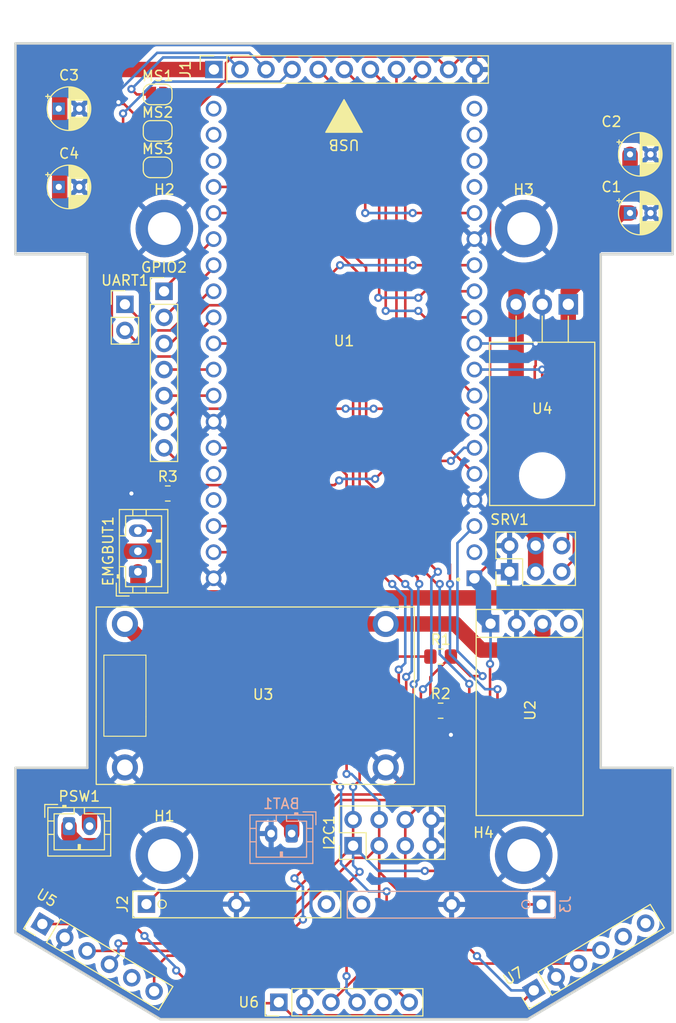
<source format=kicad_pcb>
(kicad_pcb (version 20221018) (generator pcbnew)
  (layers (0 "F.Cu" signal) (31 "B.Cu" signal) (34 "B.Paste" user) (35 "F.Paste" user) (36 "B.SilkS" user "B.Silkscreen") (37 "F.SilkS" user "F.Silkscreen") (38 "B.Mask" user) (39 "F.Mask" user) (44 "Edge.Cuts" user))
  (net 0 "")
  (net 1 "/BATTERY_INPUT")
  (net 2 "GND")
  (net 3 "/EMERGENCY_BUTTON")
  (net 4 "/5V_POWER")
  (net 5 "+12V")
  (net 6 "+3V3")
  (net 7 "/GPIO2")
  (net 8 "/GPIO5")
  (net 9 "/GPIO15")
  (net 10 "/GPIO23")
  (net 11 "/GPIO0")
  (net 12 "/GPIO4")
  (net 13 "/GPIO12")
  (net 14 "/GPIO18")
  (net 15 "/GPIO19")
  (net 16 "/GPIO34")
  (net 17 "/GPIO35")
  (net 18 "/SDA")
  (net 19 "/SCL")
  (net 20 "/MS1")
  (net 21 "/MS2")
  (net 22 "/MS3")
  (net 23 "/POWER_SWITCH")
  (net 24 "/BAT_READING")
  (net 25 "/SERVO_PWM_1")
  (net 26 "/SERVO_PWM_2")
  (net 28 "/RX2")
  (net 29 "/TX2")
  (net 31 "/DIR_2")
  (net 32 "/NOT_MOT_EN")
  (net 33 "/STEP_2")
  (net 34 "/DIR_1")
  (net 35 "/STEP_1")
  (net 45 "Net-(EMGBUT1-Pin_3)")
  (footprint "Connector_PinHeader_2.54mm:PinHeader_1x02_P2.54mm_Vertical" (layer "F.Cu") (at 129.54 71.12)
    (fp_text reference "UART1")
    (fp_text value "Conn_01x02_Male")
  )
  (footprint "Connector_PinHeader_2.54mm:PinHeader_1x07_P2.54mm_Vertical" (layer "F.Cu") (at 133.35 69.85)
    (fp_text reference "GPIO2")
    (fp_text value "Conn_01x07_Male")
  )
  (footprint "MountingHole:MountingHole_3.2mm_M3_DIN965_Pad" (layer "F.Cu") (at 168.38 124.743668)
    (fp_text reference "H4")
    (fp_text value "MountingHole_Pad")
  )
  (footprint "MiAM_ESP32_Footprints:VoltageRegulator" (layer "F.Cu") (at 168.91 111.125 90)
    (fp_text reference "U2")
    (fp_text value "3V3")
  )
  (footprint "Connector_JST:JST_PH_B3B-PH-K_1x03_P2.00mm_Vertical" (layer "F.Cu") (at 130.81 97.155 90)
    (fp_text reference "EMGBUT1")
    (fp_text value "Conn_01x02_Male")
  )
  (footprint "Resistor_SMD:R_0805_2012Metric_Pad1.20x1.40mm_HandSolder" (layer "F.Cu") (at 160.29 110.68)
    (fp_text reference "R2")
    (fp_text value "10k")
  )
  (footprint "Capacitor_THT:CP_Radial_D4.0mm_P2.00mm" (layer "F.Cu") (at 178.732401 62.23)
    (fp_text reference "C1")
    (fp_text value "0.22uF")
  )
  (footprint "Jumper:SolderJumper-2_P1.3mm_Open_RoundedPad1.0x1.5mm" (layer "F.Cu") (at 132.73 54.235)
    (fp_text reference "MS2")
    (fp_text value "SolderJumper_2_Open")
  )
  (footprint "Resistor_SMD:R_0805_2012Metric_Pad1.20x1.40mm_HandSolder" (layer "F.Cu") (at 160.29 105.41)
    (fp_text reference "R1")
    (fp_text value "100k")
  )
  (footprint "Capacitor_THT:CP_Radial_D4.0mm_P2.00mm" (layer "F.Cu") (at 123.095 59.69)
    (fp_text reference "C4")
    (fp_text value "100uF")
  )
  (footprint "Jumper:SolderJumper-2_P1.3mm_Open_RoundedPad1.0x1.5mm" (layer "F.Cu") (at 132.73 50.685)
    (fp_text reference "MS1")
    (fp_text value "SolderJumper_2_Open")
  )
  (footprint "Capacitor_THT:CP_Radial_D4.0mm_P2.00mm" (layer "F.Cu") (at 123.095 52.07)
    (fp_text reference "C3")
    (fp_text value "100uF")
  )
  (footprint "MiAM_ESP32_Footprints:MT3608" (layer "F.Cu") (at 142.24 109.22)
    (fp_text reference "U3")
    (fp_text value "MT3608")
  )
  (footprint "Connector_PinHeader_2.54mm:PinHeader_2x03_P2.54mm_Vertical" (layer "F.Cu") (at 167.005 97.155 90)
    (fp_text reference "SRV1")
    (fp_text value "Conn_02x03_Odd_Even")
  )
  (footprint "Package_TO_SOT_THT:TO-220-3_Horizontal_TabDown" (layer "F.Cu") (at 172.72 71.12 180)
    (fp_text reference "U4")
    (fp_text value "LM7805_TO220")
  )
  (footprint "MiAM_ESP32_Footprints:ESP32U-ShieldPattern" (layer "F.Cu") (at 150.88 74.94 180)
    (fp_text reference "U1")
    (fp_text value "ESP32-DEVKITC-32U")
  )
  (footprint "MountingHole:MountingHole_3.2mm_M3_DIN965_Pad" (layer "F.Cu") (at 133.38 124.743668)
    (fp_text reference "H1")
    (fp_text value "MountingHole_Pad")
  )
  (footprint "Capacitor_THT:CP_Radial_D4.0mm_P2.00mm" (layer "F.Cu") (at 178.732401 56.515)
    (fp_text reference "C2")
    (fp_text value "0.1uF")
  )
  (footprint "Resistor_SMD:R_0805_2012Metric_Pad1.20x1.40mm_HandSolder" (layer "F.Cu") (at 133.715 89.535)
    (fp_text reference "R3")
    (fp_text value "10k")
  )
  (footprint "Connector_PinHeader_2.54mm:PinHeader_1x06_P2.54mm_Vertical" (layer "F.Cu") (at 144.53 139.065 90)
    (fp_text reference "U6")
    (fp_text value "~")
  )
  (footprint "Connector_PinHeader_2.54mm:PinHeader_2x04_P2.54mm_Vertical" (layer "F.Cu") (at 151.765 123.825 90)
    (fp_text reference "I2C1")
    (fp_text value "Conn_02x04_Odd_Even")
  )
  (footprint "Connector_JST:JST_PH_B2B-PH-K_1x02_P2.00mm_Vertical" (layer "F.Cu") (at 124.095 121.92)
    (fp_text reference "PSW1")
    (fp_text value "Conn_01x02_Female")
  )
  (footprint "Connector_PinHeader_2.54mm:PinHeader_1x06_P2.54mm_Vertical" (layer "F.Cu") (at 169.363385 137.90959 121)
    (fp_text reference "U7")
    (fp_text value "~")
  )
  (footprint "MountingHole:MountingHole_3.2mm_M3_DIN965_Pad" (layer "F.Cu") (at 133.38 63.743668)
    (fp_text reference "H2")
    (fp_text value "MountingHole_Pad")
  )
  (footprint "Connector_PinHeader_2.54mm:PinHeader_1x06_P2.54mm_Vertical" (layer "F.Cu") (at 121.500739 131.445 59)
    (fp_text reference "U5")
    (fp_text value "~")
  )
  (footprint "MiAM_ESP32_Footprints:Microruptor" (layer "F.Cu") (at 131.6395 129.51 90)
    (fp_text reference "J2")
    (fp_text value "Conn_01x03_Male")
  )
  (footprint "Jumper:SolderJumper-2_P1.3mm_Open_RoundedPad1.0x1.5mm" (layer "F.Cu") (at 132.73 57.785)
    (fp_text reference "MS3")
    (fp_text value "SolderJumper_2_Open")
  )
  (footprint "Connector_PinSocket_2.54mm:PinSocket_1x11_P2.54mm_Vertical" (layer "F.Cu") (at 138.205 48.26 90)
    (fp_text reference "J1")
    (fp_text value "Conn_01x11_Male")
  )
  (footprint "MountingHole:MountingHole_3.2mm_M3_DIN965_Pad" (layer "F.Cu") (at 168.38 63.743668)
    (fp_text reference "H3")
    (fp_text value "MountingHole_Pad")
  )
  (footprint "MiAM_ESP32_Footprints:Microruptor" (layer "B.Cu") (at 170.1205 129.54 90)
    (fp_text reference "J3")
    (fp_text value "Conn_01x03_Male")
  )
  (footprint "Connector_JST:JST_PH_B2B-PH-K_1x02_P2.00mm_Vertical" (layer "B.Cu") (at 145.78 122.64 180)
    (fp_text reference "BAT1")
    (fp_text value "Screw_Terminal_01x02")
  )
  (gr_line (start 118.88 45.72) (end 182.88 45.72) (stroke (width 0.25)) (layer "Edge.Cuts"))
  (gr_line (start 125.88 66.243668) (end 118.88 66.243668) (stroke (width 0.25)) (layer "Edge.Cuts"))
  (gr_line (start 182.88 116.243668) (end 182.88 132.296023) (stroke (width 0.25)) (layer "Edge.Cuts"))
  (gr_line (start 118.88 132.296023) (end 118.88 116.243668) (stroke (width 0.25)) (layer "Edge.Cuts"))
  (gr_line (start 175.88 116.243668) (end 182.88 116.243668) (stroke (width 0.25)) (layer "Edge.Cuts"))
  (gr_line (start 168.761794 140.72) (end 132.998206 140.72) (stroke (width 0.25)) (layer "Edge.Cuts"))
  (gr_line (start 118.88 66.243668) (end 118.88 45.72) (stroke (width 0.25)) (layer "Edge.Cuts"))
  (gr_line (start 175.88 66.243668) (end 175.88 116.243668) (stroke (width 0.25)) (layer "Edge.Cuts"))
  (gr_line (start 118.88 116.243668) (end 125.88 116.243668) (stroke (width 0.25)) (layer "Edge.Cuts"))
  (gr_line (start 132.998206 140.72) (end 118.88 132.296023) (stroke (width 0.25)) (layer "Edge.Cuts"))
  (gr_line (start 182.88 45.72) (end 182.88 66.243668) (stroke (width 0.25)) (layer "Edge.Cuts"))
  (gr_line (start 125.88 116.243668) (end 125.88 66.243668) (stroke (width 0.25)) (layer "Edge.Cuts"))
  (gr_line (start 182.88 132.296023) (end 168.761794 140.72) (stroke (width 0.25)) (layer "Edge.Cuts"))
  (gr_line (start 182.88 66.243668) (end 175.88 66.243668) (stroke (width 0.25)) (layer "Edge.Cuts"))
  (segment (start 145.78 121.765) (end 143.395 119.38) (width 1.5) (layer "F.Cu") (net 1))
  (segment (start 145.78 122.64) (end 145.78 121.765) (width 1.5) (layer "F.Cu") (net 1))
  (segment (start 124.095 122.795) (end 124.095 121.92) (width 1.5) (layer "F.Cu") (net 1))
  (segment (start 128.27 123.825) (end 125.125 123.825) (width 1.5) (layer "F.Cu") (net 1))
  (segment (start 125.125 123.825) (end 124.095 122.795) (width 1.5) (layer "F.Cu") (net 1))
  (segment (start 143.395 119.38) (end 132.715 119.38) (width 1.5) (layer "F.Cu") (net 1))
  (segment (start 132.715 119.38) (end 128.27 123.825) (width 1.5) (layer "F.Cu") (net 1))
  (segment (start 161.29 110.68) (end 161.29 113.03) (width 0.25) (layer "F.Cu") (net 2))
  (segment (start 132.715 89.535) (end 130.175 89.535) (width 0.25) (layer "F.Cu") (net 2))
  (via (at 130.175 89.535) (size 0.8) (drill 0.4) (layers "F.Cu" "B.Cu") (net 2))
  (via (at 161.29 113.03) (size 0.8) (drill 0.4) (layers "F.Cu" "B.Cu") (net 2))
  (segment (start 161.29 113.03) (end 161.29 112.395) (width 0.25) (layer "B.Cu") (net 2))
  (segment (start 174.625 65.405) (end 174.625 67.945) (width 1.5) (layer "F.Cu") (net 3))
  (segment (start 174.625 74.93) (end 172.72 73.025) (width 1.5) (layer "F.Cu") (net 3))
  (segment (start 174.625 67.945) (end 172.72 69.85) (width 1.5) (layer "F.Cu") (net 3))
  (segment (start 129.445 95.155) (end 127.635 93.345) (width 1.5) (layer "F.Cu") (net 3))
  (segment (start 132.47 95.155) (end 137.01 99.695) (width 1.5) (layer "F.Cu") (net 3))
  (segment (start 123.19 50.165) (end 125.095 48.26) (width 1.5) (layer "F.Cu") (net 3))
  (segment (start 127.635 66.04) (end 123.19 61.595) (width 1.5) (layer "F.Cu") (net 3))
  (segment (start 172.72 99.695) (end 174.625 97.79) (width 1.5) (layer "F.Cu") (net 3))
  (segment (start 172.72 73.025) (end 172.72 71.12) (width 1.5) (layer "F.Cu") (net 3))
  (segment (start 137.01 99.695) (end 172.72 99.695) (width 1.5) (layer "F.Cu") (net 3))
  (segment (start 177.8 62.23) (end 174.625 65.405) (width 1.5) (layer "F.Cu") (net 3))
  (segment (start 130.81 95.155) (end 129.445 95.155) (width 1.5) (layer "F.Cu") (net 3))
  (segment (start 178.732401 62.23) (end 177.8 62.23) (width 1.5) (layer "F.Cu") (net 3))
  (segment (start 127.635 93.345) (end 127.635 66.04) (width 1.5) (layer "F.Cu") (net 3))
  (segment (start 125.095 48.26) (end 138.205 48.26) (width 1.5) (layer "F.Cu") (net 3))
  (segment (start 174.625 97.79) (end 174.625 74.93) (width 1.5) (layer "F.Cu") (net 3))
  (segment (start 130.81 95.155) (end 132.47 95.155) (width 1.5) (layer "F.Cu") (net 3))
  (segment (start 123.19 61.595) (end 123.19 50.165) (width 1.5) (layer "F.Cu") (net 3))
  (segment (start 172.72 69.85) (end 172.72 71.12) (width 1.5) (layer "F.Cu") (net 3))
  (segment (start 169.545 94.615) (end 169.545 93.55) (width 1.5) (layer "F.Cu") (net 4))
  (segment (start 170.4975 68.58) (end 168.91 68.58) (width 1.5) (layer "F.Cu") (net 4))
  (segment (start 169.545 93.55) (end 167.005 91.01) (width 1.5) (layer "F.Cu") (net 4))
  (segment (start 167.005 85.725) (end 167.64 85.09) (width 1.5) (layer "F.Cu") (net 4))
  (segment (start 178.732401 58.440099) (end 172.72 64.4525) (width 1.5) (layer "F.Cu") (net 4))
  (segment (start 167.005 91.01) (end 167.005 85.725) (width 1.5) (layer "F.Cu") (net 4))
  (segment (start 167.64 85.09) (end 167.64 71.12) (width 1.5) (layer "F.Cu") (net 4))
  (segment (start 178.732401 56.515) (end 178.732401 58.440099) (width 1.5) (layer "F.Cu") (net 4))
  (segment (start 172.72 66.3575) (end 170.4975 68.58) (width 1.5) (layer "F.Cu") (net 4))
  (segment (start 168.91 68.58) (end 167.64 69.85) (width 1.5) (layer "F.Cu") (net 4))
  (segment (start 172.72 64.4525) (end 172.72 66.3575) (width 1.5) (layer "F.Cu") (net 4))
  (segment (start 169.545 97.155) (end 169.545 94.615) (width 1.5) (layer "F.Cu") (net 4))
  (segment (start 167.64 69.85) (end 167.64 71.12) (width 1.5) (layer "F.Cu") (net 4))
  (segment (start 154.94 102.235) (end 133.985 102.235) (width 1.5) (layer "F.Cu") (net 5))
  (segment (start 161.711348 102.235) (end 164.251348 104.775) (width 1.5) (layer "F.Cu") (net 5))
  (segment (start 164.251348 104.775) (end 168.91 104.775) (width 1.5) (layer "F.Cu") (net 5))
  (segment (start 154.94 102.235) (end 161.711348 102.235) (width 1.5) (layer "F.Cu") (net 5))
  (segment (start 168.91 104.775) (end 170.2308 103.4542) (width 1.5) (layer "F.Cu") (net 5))
  (segment (start 130.81 99.06) (end 130.81 97.155) (width 1.5) (layer "F.Cu") (net 5))
  (segment (start 133.985 102.235) (end 130.81 99.06) (width 1.5) (layer "F.Cu") (net 5))
  (segment (start 170.2308 103.4542) (end 170.2308 102.2096) (width 1.5) (layer "F.Cu") (net 5))
  (segment (start 131.445 132.612393) (end 130.277607 131.445) (width 0.25) (layer "F.Cu") (net 6))
  (segment (start 134.62 56.545) (end 134.62 55.475) (width 0.25) (layer "F.Cu") (net 6))
  (segment (start 166.937975 140.335) (end 145.8 140.335) (width 0.25) (layer "F.Cu") (net 6))
  (segment (start 133.38 54.235) (end 134.62 52.995) (width 0.25) (layer "F.Cu") (net 6))
  (segment (start 133.38 57.785) (end 134.62 56.545) (width 0.25) (layer "F.Cu") (net 6))
  (segment (start 161.065 48.26) (end 162.335 46.99) (width 0.25) (layer "F.Cu") (net 6))
  (segment (start 156.845 127.583697) (end 163.83 134.568697) (width 0.25) (layer "F.Cu") (net 6))
  (segment (start 134.62 52.07) (end 134.62 51.925) (width 0.25) (layer "F.Cu") (net 6))
  (segment (start 130.277607 131.445) (end 121.500739 131.445) (width 0.25) (layer "F.Cu") (net 6))
  (segment (start 137.720435 139.156328) (end 144.438672 139.156328) (width 0.25) (layer "F.Cu") (net 6))
  (segment (start 156.845 123.825) (end 156.845 121.285) (width 0.25) (layer "F.Cu") (net 6))
  (segment (start 144.438672 139.156328) (end 144.53 139.065) (width 0.25) (layer "F.Cu") (net 6))
  (segment (start 156.845 123.825) (end 156.845 127.583697) (width 0.25) (layer "F.Cu") (net 6))
  (segment (start 156.845 121.285) (end 165.1 113.03) (width 0.25) (layer "F.Cu") (net 6))
  (segment (start 136.55462 52.07) (end 139.38 49.24462) (width 0.25) (layer "F.Cu") (net 6))
  (segment (start 139.38 49.24462) (end 139.38 47.637473) (width 0.25) (layer "F.Cu") (net 6))
  (segment (start 169.363385 137.90959) (end 166.937975 140.335) (width 0.25) (layer "F.Cu") (net 6))
  (segment (start 165.1 113.03) (end 165.1 106.1245) (width 0.25) (layer "F.Cu") (net 6))
  (segment (start 134.62 51.925) (end 133.38 50.685) (width 0.25) (layer "F.Cu") (net 6))
  (segment (start 134.62 55.475) (end 133.38 54.235) (width 0.25) (layer "F.Cu") (net 6))
  (segment (start 134.62 52.07) (end 136.55462 52.07) (width 0.25) (layer "F.Cu") (net 6))
  (segment (start 164.547527 46.99) (end 165.1 47.542473) (width 0.25) (layer "F.Cu") (net 6))
  (segment (start 134.62 52.995) (end 134.62 52.07) (width 0.25) (layer "F.Cu") (net 6))
  (segment (start 145.8 140.335) (end 144.53 139.065) (width 0.25) (layer "F.Cu") (net 6))
  (segment (start 162.335 46.99) (end 164.547527 46.99) (width 0.25) (layer "F.Cu") (net 6))
  (segment (start 165.1 47.542473) (end 165.1 96.27) (width 0.25) (layer "F.Cu") (net 6))
  (segment (start 139.38 47.637473) (end 140.027473 46.99) (width 0.25) (layer "F.Cu") (net 6))
  (segment (start 159.795 46.99) (end 161.065 48.26) (width 0.25) (layer "F.Cu") (net 6))
  (segment (start 134.537053 135.972947) (end 137.720435 139.156328) (width 0.25) (layer "F.Cu") (net 6))
  (segment (start 140.027473 46.99) (end 159.795 46.99) (width 0.25) (layer "F.Cu") (net 6))
  (segment (start 165.1 96.27) (end 163.58 97.79) (width 0.25) (layer "F.Cu") (net 6))
  (via (at 165.1 106.1245) (size 0.8) (drill 0.4) (layers "F.Cu" "B.Cu") (net 6))
  (via (at 134.537053 135.972947) (size 0.8) (drill 0.4) (layers "F.Cu" "B.Cu") (net 6))
  (via (at 163.83 134.568697) (size 0.8) (drill 0.4) (layers "F.Cu" "B.Cu") (net 6))
  (via (at 131.445 132.612393) (size 0.8) (drill 0.4) (layers "F.Cu" "B.Cu") (net 6))
  (segment (start 164.465 101.5238) (end 164.465 98.675) (width 1.5) (layer "B.Cu") (net 6))
  (segment (start 134.537053 135.972947) (end 134.537053 135.704446) (width 0.25) (layer "B.Cu") (net 6))
  (segment (start 167.170893 137.90959) (end 169.363385 137.90959) (width 0.25) (layer "B.Cu") (net 6))
  (segment (start 163.83 134.568697) (end 167.170893 137.90959) (width 0.25) (layer "B.Cu") (net 6))
  (segment (start 164.465 98.675) (end 163.58 97.79) (width 1.5) (layer "B.Cu") (net 6))
  (segment (start 134.537053 135.704446) (end 131.445 132.612393) (width 0.25) (layer "B.Cu") (net 6))
  (segment (start 165.1508 102.2096) (end 164.465 101.5238) (width 1.5) (layer "B.Cu") (net 6))
  (segment (start 165.1508 106.0737) (end 165.1508 102.2096) (width 0.25) (layer "B.Cu") (net 6))
  (segment (start 165.1 106.1245) (end 165.1508 106.0737) (width 0.25) (layer "B.Cu") (net 6))
  (segment (start 146.879799 131.004799) (end 143.354598 134.53) (width 0.25) (layer "F.Cu") (net 7))
  (segment (start 152.4 68.189695) (end 146.440305 62.23) (width 0.25) (layer "F.Cu") (net 7))
  (segment (start 143.354598 134.53) (end 133.684695 134.53) (width 0.25) (layer "F.Cu") (net 7))
  (segment (start 150.403604 118.835) (end 147.319302 121.919302) (width 0.25) (layer "F.Cu") (net 7))
  (segment (start 160.02 97.155) (end 152.4 89.535) (width 0.25) (layer "F.Cu") (net 7))
  (segment (start 147.319302 125.730698) (end 146.05 127) (width 0.25) (layer "F.Cu") (net 7))
  (segment (start 154.85 118.835) (end 150.403604 118.835) (width 0.25) (layer "F.Cu") (net 7))
  (segment (start 158.365 108.7855) (end 158.365 115.32) (width 0.25) (layer "F.Cu") (net 7))
  (segment (start 152.4 89.535) (end 152.4 68.189695) (width 0.25) (layer "F.Cu") (net 7))
  (segment (start 158.365 115.32) (end 154.85 118.835) (width 0.25) (layer "F.Cu") (net 7))
  (segment (start 132.386764 135.827931) (end 132.386764 137.985984) (width 0.25) (layer "F.Cu") (net 7))
  (segment (start 147.319302 121.919302) (end 147.319302 125.730698) (width 0.25) (layer "F.Cu") (net 7))
  (segment (start 158.5655 108.585) (end 158.365 108.7855) (width 0.25) (layer "F.Cu") (net 7))
  (segment (start 133.684695 134.53) (end 132.386764 135.827931) (width 0.25) (layer "F.Cu") (net 7))
  (segment (start 146.440305 62.23) (end 138.18 62.23) (width 0.25) (layer "F.Cu") (net 7))
  (via (at 158.5655 108.585) (size 0.8) (drill 0.4) (layers "F.Cu" "B.Cu") (net 7))
  (via (at 146.05 127) (size 0.8) (drill 0.4) (layers "F.Cu" "B.Cu") (net 7))
  (via (at 160.02 97.155) (size 0.8) (drill 0.4) (layers "F.Cu" "B.Cu") (net 7))
  (via (at 146.879799 131.004799) (size 0.8) (drill 0.4) (layers "F.Cu" "B.Cu") (net 7))
  (segment (start 146.879799 127.829799) (end 146.879799 131.004799) (width 0.25) (layer "B.Cu") (net 7))
  (segment (start 159.385 97.79) (end 159.385 107.7655) (width 0.25) (layer "B.Cu") (net 7))
  (segment (start 160.02 97.155) (end 159.385 97.79) (width 0.25) (layer "B.Cu") (net 7))
  (segment (start 146.05 127) (end 146.879799 127.829799) (width 0.25) (layer "B.Cu") (net 7))
  (segment (start 159.385 107.7655) (end 158.5655 108.585) (width 0.25) (layer "B.Cu") (net 7))
  (segment (start 159.9405 98.3455) (end 151.765 90.17) (width 0.25) (layer "F.Cu") (net 8))
  (segment (start 160.200997 98.3455) (end 159.9405 98.3455) (width 0.25) (layer "F.Cu") (net 8))
  (segment (start 149.225 120.65) (end 149.225 125.095) (width 0.25) (layer "F.Cu") (net 8))
  (segment (start 146.05 128.27) (end 132.8795 128.27) (width 0.25) (layer "F.Cu") (net 8))
  (segment (start 151.765 80.285003) (end 146.409997 74.93) (width 0.25) (layer "F.Cu") (net 8))
  (segment (start 132.8795 128.27) (end 131.6395 129.51) (width 0.25) (layer "F.Cu") (net 8))
  (segment (start 151.765 90.17) (end 151.765 80.285003) (width 0.25) (layer "F.Cu") (net 8))
  (segment (start 150.495 119.38) (end 149.225 120.65) (width 0.25) (layer "F.Cu") (net 8))
  (segment (start 155.965305 119.38) (end 150.495 119.38) (width 0.25) (layer "F.Cu") (net 8))
  (segment (start 163.077798 112.267507) (end 155.965305 119.38) (width 0.25) (layer "F.Cu") (net 8))
  (segment (start 163.077798 108.067201) (end 163.077798 112.267507) (width 0.25) (layer "F.Cu") (net 8))
  (segment (start 146.409997 74.93) (end 138.18 74.93) (width 0.25) (layer "F.Cu") (net 8))
  (segment (start 149.225 125.095) (end 146.05 128.27) (width 0.25) (layer "F.Cu") (net 8))
  (via (at 160.200997 98.3455) (size 0.8) (drill 0.4) (layers "F.Cu" "B.Cu") (net 8))
  (via (at 163.077798 108.067201) (size 0.8) (drill 0.4) (layers "F.Cu" "B.Cu") (net 8))
  (segment (start 160.200997 98.3455) (end 160.200997 105.1904) (width 0.25) (layer "B.Cu") (net 8))
  (segment (start 160.200997 105.1904) (end 163.077798 108.067201) (width 0.25) (layer "B.Cu") (net 8))
  (segment (start 165.8245 108.585) (end 165.8245 113.576198) (width 0.25) (layer "F.Cu") (net 9))
  (segment (start 153.035 67.554695) (end 153.035 88.265) (width 0.25) (layer "F.Cu") (net 9))
  (segment (start 145.170305 59.69) (end 153.035 67.554695) (width 0.25) (layer "F.Cu") (net 9))
  (segment (start 161.2005 96.4305) (end 161.2005 98.3455) (width 0.25) (layer "F.Cu") (net 9))
  (segment (start 163.195 116.205698) (end 163.195 126.365) (width 0.25) (layer "F.Cu") (net 9))
  (segment (start 165.8245 113.576198) (end 163.195 116.205698) (width 0.25) (layer "F.Cu") (net 9))
  (segment (start 163.195 126.365) (end 166.37 129.54) (width 0.25) (layer "F.Cu") (net 9))
  (segment (start 153.035 88.265) (end 161.2005 96.4305) (width 0.25) (layer "F.Cu") (net 9))
  (segment (start 138.18 59.69) (end 145.170305 59.69) (width 0.25) (layer "F.Cu") (net 9))
  (segment (start 166.37 129.54) (end 170.1205 129.54) (width 0.25) (layer "F.Cu") (net 9))
  (via (at 165.8245 108.585) (size 0.8) (drill 0.4) (layers "F.Cu" "B.Cu") (net 9))
  (via (at 161.2005 98.3455) (size 0.8) (drill 0.4) (layers "F.Cu" "B.Cu") (net 9))
  (segment (start 164.620195 108.585) (end 165.8245 108.585) (width 0.25) (layer "B.Cu") (net 9))
  (segment (start 161.2005 105.165305) (end 164.620195 108.585) (width 0.25) (layer "B.Cu") (net 9))
  (segment (start 161.2005 98.3455) (end 161.2005 105.165305) (width 0.25) (layer "B.Cu") (net 9))
  (segment (start 149.86 117.475) (end 149.86 114.515463) (width 0.25) (layer "F.Cu") (net 10))
  (segment (start 155.0295 136.8645) (end 155.0295 128.27) (width 0.25) (layer "F.Cu") (net 10))
  (segment (start 156.21 108.165463) (end 156.21 106.68) (width 0.25) (layer "F.Cu") (net 10))
  (segment (start 155.575 98.3455) (end 155.4955 98.3455) (width 0.25) (layer "F.Cu") (net 10))
  (segment (start 152.4 95.25) (end 138.18 95.25) (width 0.25) (layer "F.Cu") (net 10))
  (segment (start 155.4955 98.3455) (end 152.4 95.25) (width 0.25) (layer "F.Cu") (net 10))
  (segment (start 157.23 139.065) (end 155.0295 136.8645) (width 0.25) (layer "F.Cu") (net 10))
  (segment (start 149.86 114.515463) (end 156.21 108.165463) (width 0.25) (layer "F.Cu") (net 10))
  (segment (start 150.495 118.11) (end 149.86 117.475) (width 0.25) (layer "F.Cu") (net 10))
  (via (at 150.495 118.11) (size 0.8) (drill 0.4) (layers "F.Cu" "B.Cu") (net 10))
  (via (at 155.0295 128.27) (size 0.8) (drill 0.4) (layers "F.Cu" "B.Cu") (net 10))
  (via (at 155.575 98.3455) (size 0.8) (drill 0.4) (layers "F.Cu" "B.Cu") (net 10))
  (via (at 156.21 106.68) (size 0.8) (drill 0.4) (layers "F.Cu" "B.Cu") (net 10))
  (segment (start 150.495 118.11) (end 150.59 118.205) (width 0.25) (layer "B.Cu") (net 10))
  (segment (start 156.845 106.045) (end 156.21 106.68) (width 0.25) (layer "B.Cu") (net 10))
  (segment (start 155.575 98.3455) (end 156.845 99.6155) (width 0.25) (layer "B.Cu") (net 10))
  (segment (start 153.279695 128.27) (end 155.0295 128.27) (width 0.25) (layer "B.Cu") (net 10))
  (segment (start 150.59 125.580305) (end 153.279695 128.27) (width 0.25) (layer "B.Cu") (net 10))
  (segment (start 156.845 99.6155) (end 156.845 106.045) (width 0.25) (layer "B.Cu") (net 10))
  (segment (start 150.59 118.205) (end 150.59 125.580305) (width 0.25) (layer "B.Cu") (net 10))
  (segment (start 133.35 69.6) (end 138.18 64.77) (width 0.25) (layer "F.Cu") (net 11))
  (segment (start 133.35 69.85) (end 133.35 69.6) (width 0.25) (layer "F.Cu") (net 11))
  (segment (start 138.18 67.56) (end 138.18 67.31) (width 0.25) (layer "F.Cu") (net 12))
  (segment (start 133.35 72.39) (end 138.18 67.56) (width 0.25) (layer "F.Cu") (net 12))
  (segment (start 133.985 74.93) (end 133.35 74.93) (width 0.25) (layer "F.Cu") (net 13))
  (segment (start 150.495 67.31) (end 146.595 71.21) (width 0.25) (layer "F.Cu") (net 13))
  (segment (start 146.595 71.21) (end 137.705 71.21) (width 0.25) (layer "F.Cu") (net 13))
  (segment (start 157.5695 67.31) (end 163.58 67.31) (width 0.25) (layer "F.Cu") (net 13))
  (segment (start 137.705 71.21) (end 133.985 74.93) (width 0.25) (layer "F.Cu") (net 13))
  (via (at 157.5695 67.31) (size 0.8) (drill 0.4) (layers "F.Cu" "B.Cu") (net 13))
  (via (at 150.495 67.31) (size 0.8) (drill 0.4) (layers "F.Cu" "B.Cu") (net 13))
  (segment (start 150.495 67.31) (end 157.5695 67.31) (width 0.25) (layer "B.Cu") (net 13))
  (segment (start 133.35 77.47) (end 138.18 77.47) (width 0.25) (layer "F.Cu") (net 14))
  (segment (start 133.35 80.01) (end 138.18 80.01) (width 0.25) (layer "F.Cu") (net 15))
  (segment (start 157.23 81.28) (end 153.7595 81.28) (width 0.25) (layer "F.Cu") (net 16))
  (segment (start 151.0405 81.28) (end 134.62 81.28) (width 0.25) (layer "F.Cu") (net 16))
  (segment (start 157.23 81.28) (end 163.58 87.63) (width 0.25) (layer "F.Cu") (net 16))
  (segment (start 133.35 82.55) (end 134.62 81.28) (width 0.25) (layer "F.Cu") (net 16))
  (via (at 151.0405 81.28) (size 0.8) (drill 0.4) (layers "F.Cu" "B.Cu") (net 16))
  (via (at 153.7595 81.28) (size 0.8) (drill 0.4) (layers "F.Cu" "B.Cu") (net 16))
  (segment (start 153.7595 81.28) (end 151.0405 81.28) (width 0.25) (layer "B.Cu") (net 16))
  (segment (start 149.9505 88.72) (end 136.98 88.72) (width 0.25) (layer "F.Cu") (net 17))
  (segment (start 155.6622 86.3623) (end 153.909549 88.114951) (width 0.25) (layer "F.Cu") (net 17))
  (segment (start 161.2877 86.3623) (end 155.6622 86.3623) (width 0.25) (layer "F.Cu") (net 17))
  (segment (start 150.4055 88.265) (end 149.9505 88.72) (width 0.25) (layer "F.Cu") (net 17))
  (segment (start 133.35 85.09) (end 136.98 88.72) (width 0.25) (layer "F.Cu") (net 17))
  (via (at 161.2877 86.3623) (size 0.8) (drill 0.4) (layers "F.Cu" "B.Cu") (net 17))
  (via (at 153.909549 88.114951) (size 0.8) (drill 0.4) (layers "F.Cu" "B.Cu") (net 17))
  (via (at 150.4055 88.265) (size 0.8) (drill 0.4) (layers "F.Cu" "B.Cu") (net 17))
  (segment (start 150.555549 88.114951) (end 150.4055 88.265) (width 0.25) (layer "B.Cu") (net 17))
  (segment (start 162.56 85.09) (end 163.58 85.09) (width 0.25) (layer "B.Cu") (net 17))
  (segment (start 161.2877 86.3623) (end 162.56 85.09) (width 0.25) (layer "B.Cu") (net 17))
  (segment (start 153.909549 88.114951) (end 150.555549 88.114951) (width 0.25) (layer "B.Cu") (net 17))
  (segment (start 170.178604 133.985) (end 175.895 133.985) (width 0.25) (layer "F.Cu") (net 18))
  (segment (start 162.468977 126.275373) (end 170.178604 133.985) (width 0.25) (layer "F.Cu") (net 18))
  (segment (start 158.75 126.275373) (end 162.468977 126.275373) (width 0.25) (layer "F.Cu") (net 18))
  (segment (start 151.13 90.805) (end 158.054805 97.729805) (width 0.25) (layer "F.Cu") (net 18))
  (segment (start 142.253107 133.336893) (end 128.905 133.336893) (width 0.25) (layer "F.Cu") (net 18))
  (segment (start 151.765 123.825) (end 151.765 121.285) (width 0.25) (layer "F.Cu") (net 18))
  (segment (start 151.13 87.724006) (end 151.13 90.805) (width 0.25) (layer "F.Cu") (net 18))
  (segment (start 151.765 123.825) (end 142.253107 133.336893) (width 0.25) (layer "F.Cu") (net 18))
  (segment (start 151.765 118.11) (end 152.4 117.475) (width 0.25) (layer "F.Cu") (net 18))
  (segment (start 152.4 114.935) (end 157.659 109.676) (width 0.25) (layer "F.Cu") (net 18))
  (segment (start 151.1277 136.5227) (end 151.1277 127.6373) (width 0.25) (layer "F.Cu") (net 18))
  (segment (start 158.054805 98.195805) (end 158.2045 98.3455) (width 0.25) (layer "F.Cu") (net 18))
  (segment (start 152.4 117.475) (end 152.4 114.935) (width 0.25) (layer "F.Cu") (net 18))
  (segment (start 157.659 109.676) (end 157.659 108.104729) (width 0.25) (layer "F.Cu") (net 18))
  (segment (start 148.495994 85.09) (end 151.13 87.724006) (width 0.25) (layer "F.Cu") (net 18))
  (segment (start 151.1277 127.6373) (end 152.4 126.365) (width 0.25) (layer "F.Cu") (net 18))
  (segment (start 138.18 85.09) (end 148.495994 85.09) (width 0.25) (layer "F.Cu") (net 18))
  (segment (start 158.054805 97.729805) (end 158.054805 98.195805) (width 0.25) (layer "F.Cu") (net 18))
  (via (at 151.1277 136.5227) (size 0.8) (drill 0.4) (layers "F.Cu" "B.Cu") (net 18))
  (via (at 151.765 118.11) (size 0.8) (drill 0.4) (layers "F.Cu" "B.Cu") (net 18))
  (via (at 152.4 126.365) (size 0.8) (drill 0.4) (layers "F.Cu" "B.Cu") (net 18))
  (via (at 128.905 133.336893) (size 0.8) (drill 0.4) (layers "F.Cu" "B.Cu") (net 18))
  (via (at 157.659 108.104729) (size 0.8) (drill 0.4) (layers "F.Cu" "B.Cu") (net 18))
  (via (at 158.2045 98.3455) (size 0.8) (drill 0.4) (layers "F.Cu" "B.Cu") (net 18))
  (via (at 158.75 126.275373) (size 0.8) (drill 0.4) (layers "F.Cu" "B.Cu") (net 18))
  (segment (start 152.4 126.365) (end 151.765 125.73) (width 0.25) (layer "B.Cu") (net 18))
  (segment (start 151.765 125.73) (end 151.765 123.825) (width 0.25) (layer "B.Cu") (net 18))
  (segment (start 152.15 139.065) (end 151.1277 138.0427) (width 0.25) (layer "B.Cu") (net 18))
  (segment (start 157.659 108.104729) (end 158.115 107.648729) (width 0.25) (layer "B.Cu") (net 18))
  (segment (start 151.1277 138.0427) (end 151.1277 136.5227) (width 0.25) (layer "B.Cu") (net 18))
  (segment (start 128.905 134.496944) (end 128.032354 135.36959) (width 0.25) (layer "B.Cu") (net 18))
  (segment (start 154.215373 126.275373) (end 151.765 123.825) (width 0.25) (layer "B.Cu") (net 18))
  (segment (start 158.115 98.435) (end 158.2045 98.3455) (width 0.25) (layer "B.Cu") (net 18))
  (segment (start 158.75 126.275373) (end 154.215373 126.275373) (width 0.25) (layer "B.Cu") (net 18))
  (segment (start 158.115 107.648729) (end 158.115 98.435) (width 0.25) (layer "B.Cu") (net 18))
  (segment (start 151.765 118.11) (end 151.765 121.285) (width 0.25) (layer "B.Cu") (net 18))
  (segment (start 128.905 133.336893) (end 128.905 134.496944) (width 0.25) (layer "B.Cu") (net 18))
  (segment (start 154.305 123.825) (end 154.305 134.37) (width 0.25) (layer "F.Cu") (net 19))
  (segment (start 154.305 126.365) (end 154.305 123.825) (width 0.25) (layer "F.Cu") (net 19))
  (segment (start 151.13 92.71) (end 138.18 92.71) (width 0.25) (layer "F.Cu") (net 19))
  (segment (start 154.305 134.37) (end 149.61 139.065) (width 0.25) (layer "F.Cu") (net 19))
  (segment (start 156.9345 107.386755) (end 156.9345 109.1305) (width 0.25) (layer "F.Cu") (net 19))
  (segment (start 156.7655 98.3455) (end 151.13 92.71) (width 0.25) (layer "F.Cu") (net 19))
  (segment (start 154.305 123.825) (end 154.305 121.285) (width 0.25) (layer "F.Cu") (net 19))
  (segment (start 163.233197 135.293197) (end 154.305 126.365) (width 0.25) (layer "F.Cu") (net 19))
  (segment (start 151.13 114.935) (end 151.13 116.84) (width 0.25) (layer "F.Cu") (net 19))
  (segment (start 151.86 125) (end 153.13 125) (width 0.25) (layer "F.Cu") (net 19))
  (segment (start 125.855149 134.061393) (end 142.798607 134.061393) (width 0.25) (layer "F.Cu") (net 19))
  (segment (start 156.9345 109.1305) (end 151.13 114.935) (width 0.25) (layer "F.Cu") (net 19))
  (segment (start 173.717795 135.293197) (end 163.233197 135.293197) (width 0.25) (layer "F.Cu") (net 19))
  (segment (start 156.845 98.3455) (end 156.7655 98.3455) (width 0.25) (layer "F.Cu") (net 19))
  (segment (start 153.13 125) (end 154.305 123.825) (width 0.25) (layer "F.Cu") (net 19))
  (segment (start 142.798607 134.061393) (end 151.86 125) (width 0.25) (layer "F.Cu") (net 19))
  (via (at 151.13 116.84) (size 0.8) (drill 0.4) (layers "F.Cu" "B.Cu") (net 19))
  (via (at 156.9345 107.386755) (size 0.8) (drill 0.4) (layers "F.Cu" "B.Cu") (net 19))
  (via (at 156.845 98.3455) (size 0.8) (drill 0.4) (layers "F.Cu" "B.Cu") (net 19))
  (segment (start 156.845 98.3455) (end 157.48 98.9805) (width 0.25) (layer "B.Cu") (net 19))
  (segment (start 157.48 98.9805) (end 157.48 106.841255) (width 0.25) (layer "B.Cu") (net 19))
  (segment (start 154.305 119.535195) (end 151.609805 116.84) (width 0.25) (layer "B.Cu") (net 19))
  (segment (start 157.48 106.841255) (end 156.9345 107.386755) (width 0.25) (layer "B.Cu") (net 19))
  (segment (start 151.609805 116.84) (end 151.13 116.84) (width 0.25) (layer "B.Cu") (net 19))
  (segment (start 154.305 121.285) (end 154.305 119.535195) (width 0.25) (layer "B.Cu") (net 19))
  (segment (start 132.08 50.685) (end 130.695 50.685) (width 0.25) (layer "F.Cu") (net 20))
  (segment (start 130.695 50.685) (end 130.175 50.165) (width 0.25) (layer "F.Cu") (net 20))
  (via (at 130.175 50.165) (size 0.8) (drill 0.4) (layers "F.Cu" "B.Cu") (net 20))
  (segment (start 133.255 47.085) (end 139.57 47.085) (width 0.25) (layer "B.Cu") (net 20))
  (segment (start 139.57 47.085) (end 140.745 48.26) (width 0.25) (layer "B.Cu") (net 20))
  (segment (start 130.175 50.165) (end 133.255 47.085) (width 0.25) (layer "B.Cu") (net 20))
  (segment (start 129.075 51.605) (end 129.45 51.605) (width 0.25) (layer "F.Cu") (net 21))
  (segment (start 128.905 51.435) (end 129.075 51.605) (width 0.25) (layer "F.Cu") (net 21))
  (segment (start 129.45 51.605) (end 132.08 54.235) (width 0.25) (layer "F.Cu") (net 21))
  (via (at 128.905 51.435) (size 0.8) (drill 0.4) (layers "F.Cu" "B.Cu") (net 21))
  (segment (start 132.679695 46.635) (end 141.66 46.635) (width 0.25) (layer "B.Cu") (net 21))
  (segment (start 141.66 46.635) (end 143.285 48.26) (width 0.25) (layer "B.Cu") (net 21))
  (segment (start 128.905 51.435) (end 128.905 50.409695) (width 0.25) (layer "B.Cu") (net 21))
  (segment (start 128.905 50.409695) (end 132.679695 46.635) (width 0.25) (layer "B.Cu") (net 21))
  (segment (start 129.362186 55.067186) (end 132.08 57.785) (width 0.25) (layer "F.Cu") (net 22))
  (segment (start 129.362186 52.541785) (end 129.362186 55.067186) (width 0.25) (layer "F.Cu") (net 22))
  (via (at 129.362186 52.541785) (size 0.8) (drill 0.4) (layers "F.Cu" "B.Cu") (net 22))
  (segment (start 132.468971 49.435) (end 144.65 49.435) (width 0.25) (layer "B.Cu") (net 22))
  (segment (start 129.362186 52.541785) (end 132.468971 49.435) (width 0.25) (layer "B.Cu") (net 22))
  (segment (start 144.65 49.435) (end 145.825 48.26) (width 0.25) (layer "B.Cu") (net 22))
  (segment (start 130.175 119.38) (end 132.08 117.475) (width 1.5) (layer "F.Cu") (net 23))
  (segment (start 132.08 117.475) (end 132.08 104.775) (width 1.5) (layer "F.Cu") (net 23))
  (segment (start 126.095 120.285) (end 127 119.38) (width 1.5) (layer "F.Cu") (net 23))
  (segment (start 132.08 104.775) (end 129.54 102.235) (width 1.5) (layer "F.Cu") (net 23))
  (segment (start 132.715 105.41) (end 159.29 105.41) (width 0.25) (layer "F.Cu") (net 23))
  (segment (start 129.54 102.235) (end 132.715 105.41) (width 0.25) (layer "F.Cu") (net 23))
  (segment (start 127 119.38) (end 130.175 119.38) (width 1.5) (layer "F.Cu") (net 23))
  (segment (start 126.095 121.92) (end 126.095 120.285) (width 1.5) (layer "F.Cu") (net 23))
  (segment (start 159.29 107.41) (end 161.29 105.41) (width 0.25) (layer "F.Cu") (net 24))
  (segment (start 164.3755 107.315) (end 163.195 107.315) (width 0.25) (layer "F.Cu") (net 24))
  (segment (start 159.29 110.68) (end 159.29 107.41) (width 0.25) (layer "F.Cu") (net 24))
  (segment (start 163.195 107.315) (end 161.29 105.41) (width 0.25) (layer "F.Cu") (net 24))
  (via (at 164.3755 107.315) (size 0.8) (drill 0.4) (layers "F.Cu" "B.Cu") (net 24))
  (segment (start 161.925 94.365) (end 163.58 92.71) (width 0.25) (layer "B.Cu") (net 24))
  (segment (start 161.925 104.8645) (end 161.925 94.365) (width 0.25) (layer "B.Cu") (net 24))
  (segment (start 164.3755 107.315) (end 161.925 104.8645) (width 0.25) (layer "B.Cu") (net 24))
  (segment (start 170.18 77.47) (end 170.18 78.105) (width 0.25) (layer "F.Cu") (net 25))
  (segment (start 170.18 78.105) (end 173.26 81.185) (width 0.25) (layer "F.Cu") (net 25))
  (segment (start 173.26 81.185) (end 173.26 95.98) (width 0.25) (layer "F.Cu") (net 25))
  (segment (start 173.26 95.98) (end 172.085 97.155) (width 0.25) (layer "F.Cu") (net 25))
  (via (at 170.18 77.47) (size 0.8) (drill 0.4) (layers "F.Cu" "B.Cu") (net 25))
  (segment (start 170.18 77.47) (end 163.58 77.47) (width 0.25) (layer "B.Cu") (net 25))
  (segment (start 169.455 77.169695) (end 169.455 79.285) (width 0.25) (layer "F.Cu") (net 26))
  (segment (start 169.545 77.079695) (end 169.455 77.169695) (width 0.25) (layer "F.Cu") (net 26))
  (segment (start 169.545 74.93) (end 169.545 77.079695) (width 0.25) (layer "F.Cu") (net 26))
  (segment (start 172.683568 94.016432) (end 172.085 94.615) (width 0.25) (layer "F.Cu") (net 26))
  (segment (start 169.455 79.285) (end 172.683568 82.513568) (width 0.25) (layer "F.Cu") (net 26))
  (segment (start 172.683568 82.513568) (end 172.683568 94.016432) (width 0.25) (layer "F.Cu") (net 26))
  (via (at 169.545 74.93) (size 0.8) (drill 0.4) (layers "F.Cu" "B.Cu") (net 26))
  (segment (start 169.545 74.93) (end 163.58 74.93) (width 0.25) (layer "B.Cu") (net 26))
  (segment (start 132.08 73.66) (end 129.54 71.12) (width 0.25) (layer "F.Cu") (net 28))
  (segment (start 137.795 69.85) (end 133.985 73.66) (width 0.25) (layer "F.Cu") (net 28))
  (segment (start 138.18 69.85) (end 137.795 69.85) (width 0.25) (layer "F.Cu") (net 28))
  (segment (start 133.985 73.66) (end 132.08 73.66) (width 0.25) (layer "F.Cu") (net 28))
  (segment (start 134.37 76.2) (end 138.18 72.39) (width 0.25) (layer "F.Cu") (net 29))
  (segment (start 129.54 73.66) (end 132.08 76.2) (width 0.25) (layer "F.Cu") (net 29))
  (segment (start 132.08 76.2) (end 134.37 76.2) (width 0.25) (layer "F.Cu") (net 29))
  (segment (start 155.985 48.26) (end 155.985 74.955) (width 0.25) (layer "F.Cu") (net 31))
  (segment (start 155.985 74.955) (end 163.58 82.55) (width 0.25) (layer "F.Cu") (net 31))
  (segment (start 158.525 48.26) (end 156.845 49.94) (width 0.25) (layer "F.Cu") (net 32))
  (segment (start 156.845 49.94) (end 156.845 73.275) (width 0.25) (layer "F.Cu") (net 32))
  (segment (start 156.845 73.275) (end 163.58 80.01) (width 0.25) (layer "F.Cu") (net 32))
  (segment (start 154.94 49.755) (end 154.94 71.755) (width 0.25) (layer "F.Cu") (net 33))
  (segment (start 158.75 72.39) (end 163.58 72.39) (width 0.25) (layer "F.Cu") (net 33))
  (segment (start 158.115 71.755) (end 158.75 72.39) (width 0.25) (layer "F.Cu") (net 33))
  (segment (start 153.445 48.26) (end 154.94 49.755) (width 0.25) (layer "F.Cu") (net 33))
  (via (at 154.94 71.755) (size 0.8) (drill 0.4) (layers "F.Cu" "B.Cu") (net 33))
  (via (at 158.115 71.755) (size 0.8) (drill 0.4) (layers "F.Cu" "B.Cu") (net 33))
  (segment (start 154.94 71.755) (end 158.115 71.755) (width 0.25) (layer "B.Cu") (net 33))
  (segment (start 154.305 51.66) (end 150.905 48.26) (width 0.25) (layer "F.Cu") (net 34))
  (segment (start 154.305 70.3955) (end 154.305 51.66) (width 0.25) (layer "F.Cu") (net 34))
  (segment (start 154.2155 70.485) (end 154.305 70.3955) (width 0.25) (layer "F.Cu") (net 34))
  (segment (start 158.75 69.85) (end 163.58 69.85) (width 0.25) (layer "F.Cu") (net 34))
  (segment (start 158.115 70.485) (end 158.75 69.85) (width 0.25) (layer "F.Cu") (net 34))
  (via (at 154.2155 70.485) (size 0.8) (drill 0.4) (layers "F.Cu" "B.Cu") (net 34))
  (via (at 158.115 70.485) (size 0.8) (drill 0.4) (layers "F.Cu" "B.Cu") (net 34))
  (segment (start 154.2155 70.485) (end 158.115 70.485) (width 0.25) (layer "B.Cu") (net 34))
  (segment (start 157.5695 62.23) (end 163.58 62.23) (width 0.25) (layer "F.Cu") (net 35))
  (segment (start 152.9455 52.8405) (end 152.9455 62.23) (width 0.25) (layer "F.Cu") (net 35))
  (segment (start 148.365 48.26) (end 152.9455 52.8405) (width 0.25) (layer "F.Cu") (net 35))
  (via (at 157.5695 62.23) (size 0.8) (drill 0.4) (layers "F.Cu" "B.Cu") (net 35))
  (via (at 152.9455 62.23) (size 0.8) (drill 0.4) (layers "F.Cu" "B.Cu") (net 35))
  (segment (start 152.9455 62.23) (end 157.5695 62.23) (width 0.25) (layer "B.Cu") (net 35))
  (segment (start 130.81 93.155) (end 132.27 93.155) (width 0.25) (layer "F.Cu") (net 45))
  (segment (start 132.27 93.155) (end 134.715 90.71) (width 0.25) (layer "F.Cu") (net 45))
  (segment (start 134.715 90.71) (end 134.715 89.535) (width 0.25) (layer "F.Cu") (net 45))
  (zone (net 2) (net_name "GND") (layer "B.Cu") (connect_pads (clearance 0.508)) (min_thickness 0.25) (fill yes (thermal_gap 0.5) (thermal_bridge_width 0.5))
    (polygon (pts (xy 118.745 45.72) (xy 118.745 66.04) (xy 125.73 66.04) (xy 125.73 116.205) (xy 118.745 116.205) (xy 118.745 132.08) (xy 133.35 140.97) (xy 168.91 140.97) (xy 182.88 132.08) (xy 182.88 116.205) (xy 175.895 116.205) (xy 175.895 66.04) (xy 182.88 66.04) (xy 182.88 45.72)))
  )
)
</source>
